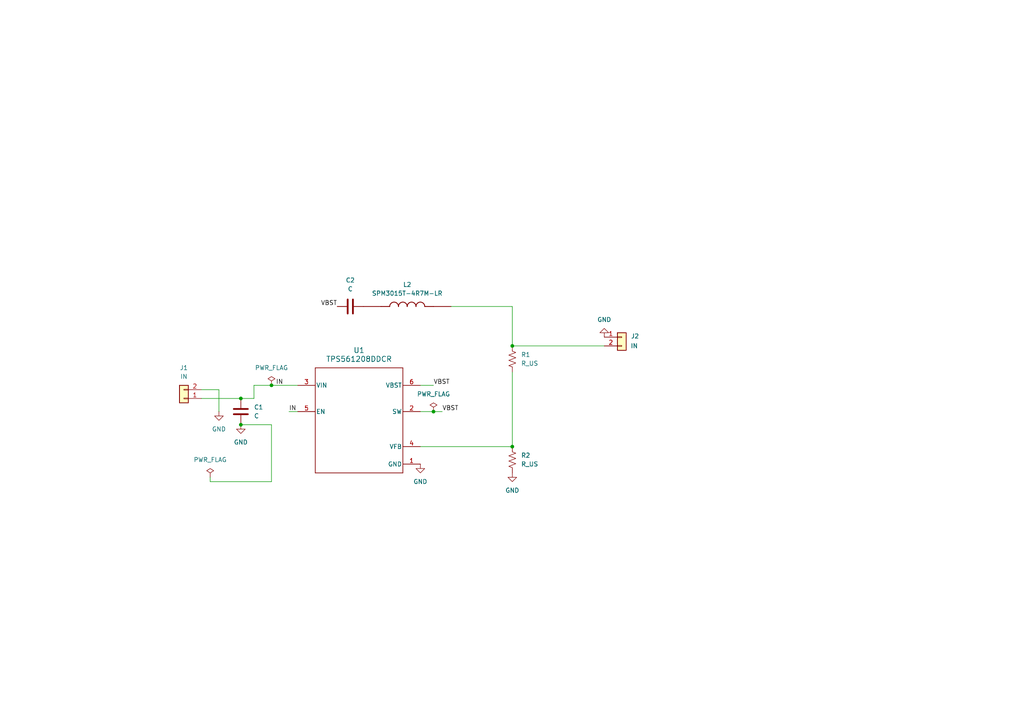
<source format=kicad_sch>
(kicad_sch
	(version 20250114)
	(generator "eeschema")
	(generator_version "9.0")
	(uuid "23d3bbba-e5c8-4eff-b003-34461df6d36f")
	(paper "A4")
	(lib_symbols
		(symbol "123:TPS561208DDCR"
			(pin_names
				(offset 0.254)
			)
			(exclude_from_sim no)
			(in_bom yes)
			(on_board yes)
			(property "Reference" "U"
				(at 0 2.54 0)
				(effects
					(font
						(size 1.524 1.524)
					)
				)
			)
			(property "Value" "TPS561208DDCR"
				(at 0 0 0)
				(effects
					(font
						(size 1.524 1.524)
					)
				)
			)
			(property "Footprint" "DDC0006A_N"
				(at 0 0 0)
				(effects
					(font
						(size 1.27 1.27)
						(italic yes)
					)
					(hide yes)
				)
			)
			(property "Datasheet" "TPS561208DDCR"
				(at 0 0 0)
				(effects
					(font
						(size 1.27 1.27)
						(italic yes)
					)
					(hide yes)
				)
			)
			(property "Description" ""
				(at 0 0 0)
				(effects
					(font
						(size 1.27 1.27)
					)
					(hide yes)
				)
			)
			(property "ki_locked" ""
				(at 0 0 0)
				(effects
					(font
						(size 1.27 1.27)
					)
				)
			)
			(property "ki_keywords" "TPS561208DDCR"
				(at 0 0 0)
				(effects
					(font
						(size 1.27 1.27)
					)
					(hide yes)
				)
			)
			(property "ki_fp_filters" "DDC0006A_N DDC0006A_M DDC0006A_L"
				(at 0 0 0)
				(effects
					(font
						(size 1.27 1.27)
					)
					(hide yes)
				)
			)
			(symbol "TPS561208DDCR_0_1"
				(polyline
					(pts
						(xy -12.7 15.24) (xy -12.7 -15.24)
					)
					(stroke
						(width 0.2032)
						(type default)
					)
					(fill
						(type none)
					)
				)
				(polyline
					(pts
						(xy -12.7 -15.24) (xy 12.7 -15.24)
					)
					(stroke
						(width 0.2032)
						(type default)
					)
					(fill
						(type none)
					)
				)
				(polyline
					(pts
						(xy 12.7 15.24) (xy -12.7 15.24)
					)
					(stroke
						(width 0.2032)
						(type default)
					)
					(fill
						(type none)
					)
				)
				(polyline
					(pts
						(xy 12.7 -15.24) (xy 12.7 15.24)
					)
					(stroke
						(width 0.2032)
						(type default)
					)
					(fill
						(type none)
					)
				)
				(pin power_in line
					(at -17.78 10.16 0)
					(length 5.08)
					(name "VIN"
						(effects
							(font
								(size 1.27 1.27)
							)
						)
					)
					(number "3"
						(effects
							(font
								(size 1.27 1.27)
							)
						)
					)
				)
				(pin input line
					(at -17.78 2.54 0)
					(length 5.08)
					(name "EN"
						(effects
							(font
								(size 1.27 1.27)
							)
						)
					)
					(number "5"
						(effects
							(font
								(size 1.27 1.27)
							)
						)
					)
				)
				(pin power_in line
					(at 17.78 10.16 180)
					(length 5.08)
					(name "VBST"
						(effects
							(font
								(size 1.27 1.27)
							)
						)
					)
					(number "6"
						(effects
							(font
								(size 1.27 1.27)
							)
						)
					)
				)
				(pin power_in line
					(at 17.78 2.54 180)
					(length 5.08)
					(name "SW"
						(effects
							(font
								(size 1.27 1.27)
							)
						)
					)
					(number "2"
						(effects
							(font
								(size 1.27 1.27)
							)
						)
					)
				)
				(pin input line
					(at 17.78 -7.62 180)
					(length 5.08)
					(name "VFB"
						(effects
							(font
								(size 1.27 1.27)
							)
						)
					)
					(number "4"
						(effects
							(font
								(size 1.27 1.27)
							)
						)
					)
				)
				(pin power_in line
					(at 17.78 -12.7 180)
					(length 5.08)
					(name "GND"
						(effects
							(font
								(size 1.27 1.27)
							)
						)
					)
					(number "1"
						(effects
							(font
								(size 1.27 1.27)
							)
						)
					)
				)
			)
			(embedded_fonts no)
		)
		(symbol "Connector_Generic:Conn_01x02"
			(pin_names
				(offset 1.016)
				(hide yes)
			)
			(exclude_from_sim no)
			(in_bom yes)
			(on_board yes)
			(property "Reference" "J"
				(at 0 2.54 0)
				(effects
					(font
						(size 1.27 1.27)
					)
				)
			)
			(property "Value" "Conn_01x02"
				(at 0 -5.08 0)
				(effects
					(font
						(size 1.27 1.27)
					)
				)
			)
			(property "Footprint" ""
				(at 0 0 0)
				(effects
					(font
						(size 1.27 1.27)
					)
					(hide yes)
				)
			)
			(property "Datasheet" "~"
				(at 0 0 0)
				(effects
					(font
						(size 1.27 1.27)
					)
					(hide yes)
				)
			)
			(property "Description" "Generic connector, single row, 01x02, script generated (kicad-library-utils/schlib/autogen/connector/)"
				(at 0 0 0)
				(effects
					(font
						(size 1.27 1.27)
					)
					(hide yes)
				)
			)
			(property "ki_keywords" "connector"
				(at 0 0 0)
				(effects
					(font
						(size 1.27 1.27)
					)
					(hide yes)
				)
			)
			(property "ki_fp_filters" "Connector*:*_1x??_*"
				(at 0 0 0)
				(effects
					(font
						(size 1.27 1.27)
					)
					(hide yes)
				)
			)
			(symbol "Conn_01x02_1_1"
				(rectangle
					(start -1.27 1.27)
					(end 1.27 -3.81)
					(stroke
						(width 0.254)
						(type default)
					)
					(fill
						(type background)
					)
				)
				(rectangle
					(start -1.27 0.127)
					(end 0 -0.127)
					(stroke
						(width 0.1524)
						(type default)
					)
					(fill
						(type none)
					)
				)
				(rectangle
					(start -1.27 -2.413)
					(end 0 -2.667)
					(stroke
						(width 0.1524)
						(type default)
					)
					(fill
						(type none)
					)
				)
				(pin passive line
					(at -5.08 0 0)
					(length 3.81)
					(name "Pin_1"
						(effects
							(font
								(size 1.27 1.27)
							)
						)
					)
					(number "1"
						(effects
							(font
								(size 1.27 1.27)
							)
						)
					)
				)
				(pin passive line
					(at -5.08 -2.54 0)
					(length 3.81)
					(name "Pin_2"
						(effects
							(font
								(size 1.27 1.27)
							)
						)
					)
					(number "2"
						(effects
							(font
								(size 1.27 1.27)
							)
						)
					)
				)
			)
			(embedded_fonts no)
		)
		(symbol "Device:C"
			(pin_numbers
				(hide yes)
			)
			(pin_names
				(offset 0.254)
			)
			(exclude_from_sim no)
			(in_bom yes)
			(on_board yes)
			(property "Reference" "C"
				(at 0.635 2.54 0)
				(effects
					(font
						(size 1.27 1.27)
					)
					(justify left)
				)
			)
			(property "Value" "C"
				(at 0.635 -2.54 0)
				(effects
					(font
						(size 1.27 1.27)
					)
					(justify left)
				)
			)
			(property "Footprint" ""
				(at 0.9652 -3.81 0)
				(effects
					(font
						(size 1.27 1.27)
					)
					(hide yes)
				)
			)
			(property "Datasheet" "~"
				(at 0 0 0)
				(effects
					(font
						(size 1.27 1.27)
					)
					(hide yes)
				)
			)
			(property "Description" "Unpolarized capacitor"
				(at 0 0 0)
				(effects
					(font
						(size 1.27 1.27)
					)
					(hide yes)
				)
			)
			(property "ki_keywords" "cap capacitor"
				(at 0 0 0)
				(effects
					(font
						(size 1.27 1.27)
					)
					(hide yes)
				)
			)
			(property "ki_fp_filters" "C_*"
				(at 0 0 0)
				(effects
					(font
						(size 1.27 1.27)
					)
					(hide yes)
				)
			)
			(symbol "C_0_1"
				(polyline
					(pts
						(xy -2.032 0.762) (xy 2.032 0.762)
					)
					(stroke
						(width 0.508)
						(type default)
					)
					(fill
						(type none)
					)
				)
				(polyline
					(pts
						(xy -2.032 -0.762) (xy 2.032 -0.762)
					)
					(stroke
						(width 0.508)
						(type default)
					)
					(fill
						(type none)
					)
				)
			)
			(symbol "C_1_1"
				(pin passive line
					(at 0 3.81 270)
					(length 2.794)
					(name "~"
						(effects
							(font
								(size 1.27 1.27)
							)
						)
					)
					(number "1"
						(effects
							(font
								(size 1.27 1.27)
							)
						)
					)
				)
				(pin passive line
					(at 0 -3.81 90)
					(length 2.794)
					(name "~"
						(effects
							(font
								(size 1.27 1.27)
							)
						)
					)
					(number "2"
						(effects
							(font
								(size 1.27 1.27)
							)
						)
					)
				)
			)
			(embedded_fonts no)
		)
		(symbol "Device:R_US"
			(pin_numbers
				(hide yes)
			)
			(pin_names
				(offset 0)
			)
			(exclude_from_sim no)
			(in_bom yes)
			(on_board yes)
			(property "Reference" "R"
				(at 2.54 0 90)
				(effects
					(font
						(size 1.27 1.27)
					)
				)
			)
			(property "Value" "R_US"
				(at -2.54 0 90)
				(effects
					(font
						(size 1.27 1.27)
					)
				)
			)
			(property "Footprint" ""
				(at 1.016 -0.254 90)
				(effects
					(font
						(size 1.27 1.27)
					)
					(hide yes)
				)
			)
			(property "Datasheet" "~"
				(at 0 0 0)
				(effects
					(font
						(size 1.27 1.27)
					)
					(hide yes)
				)
			)
			(property "Description" "Resistor, US symbol"
				(at 0 0 0)
				(effects
					(font
						(size 1.27 1.27)
					)
					(hide yes)
				)
			)
			(property "ki_keywords" "R res resistor"
				(at 0 0 0)
				(effects
					(font
						(size 1.27 1.27)
					)
					(hide yes)
				)
			)
			(property "ki_fp_filters" "R_*"
				(at 0 0 0)
				(effects
					(font
						(size 1.27 1.27)
					)
					(hide yes)
				)
			)
			(symbol "R_US_0_1"
				(polyline
					(pts
						(xy 0 2.286) (xy 0 2.54)
					)
					(stroke
						(width 0)
						(type default)
					)
					(fill
						(type none)
					)
				)
				(polyline
					(pts
						(xy 0 2.286) (xy 1.016 1.905) (xy 0 1.524) (xy -1.016 1.143) (xy 0 0.762)
					)
					(stroke
						(width 0)
						(type default)
					)
					(fill
						(type none)
					)
				)
				(polyline
					(pts
						(xy 0 0.762) (xy 1.016 0.381) (xy 0 0) (xy -1.016 -0.381) (xy 0 -0.762)
					)
					(stroke
						(width 0)
						(type default)
					)
					(fill
						(type none)
					)
				)
				(polyline
					(pts
						(xy 0 -0.762) (xy 1.016 -1.143) (xy 0 -1.524) (xy -1.016 -1.905) (xy 0 -2.286)
					)
					(stroke
						(width 0)
						(type default)
					)
					(fill
						(type none)
					)
				)
				(polyline
					(pts
						(xy 0 -2.286) (xy 0 -2.54)
					)
					(stroke
						(width 0)
						(type default)
					)
					(fill
						(type none)
					)
				)
			)
			(symbol "R_US_1_1"
				(pin passive line
					(at 0 3.81 270)
					(length 1.27)
					(name "~"
						(effects
							(font
								(size 1.27 1.27)
							)
						)
					)
					(number "1"
						(effects
							(font
								(size 1.27 1.27)
							)
						)
					)
				)
				(pin passive line
					(at 0 -3.81 90)
					(length 1.27)
					(name "~"
						(effects
							(font
								(size 1.27 1.27)
							)
						)
					)
					(number "2"
						(effects
							(font
								(size 1.27 1.27)
							)
						)
					)
				)
			)
			(embedded_fonts no)
		)
		(symbol "SPM3015T-4R7M-LR:SPM3015T-4R7M-LR"
			(pin_numbers
				(hide yes)
			)
			(pin_names
				(offset 1.016)
				(hide yes)
			)
			(exclude_from_sim no)
			(in_bom yes)
			(on_board yes)
			(property "Reference" "L"
				(at -10.16 5.08 0)
				(effects
					(font
						(size 1.27 1.27)
					)
					(justify left bottom)
				)
			)
			(property "Value" "SPM3015T-4R7M-LR"
				(at -10.16 -5.08 0)
				(effects
					(font
						(size 1.27 1.27)
					)
					(justify left bottom)
				)
			)
			(property "Footprint" "IND_SPM3015T-4R7M-LR"
				(at 0 0 0)
				(effects
					(font
						(size 1.27 1.27)
					)
					(justify left bottom)
					(hide yes)
				)
			)
			(property "Datasheet" ""
				(at 0 0 0)
				(effects
					(font
						(size 1.27 1.27)
					)
					(justify left bottom)
					(hide yes)
				)
			)
			(property "Description" ""
				(at 0 0 0)
				(effects
					(font
						(size 1.27 1.27)
					)
					(hide yes)
				)
			)
			(property "MF" "TDK"
				(at 0 0 0)
				(effects
					(font
						(size 1.27 1.27)
					)
					(justify left bottom)
					(hide yes)
				)
			)
			(property "MAXIMUM_PACKAGE_HEIGHT" "1.5 mm"
				(at 0 0 0)
				(effects
					(font
						(size 1.27 1.27)
					)
					(justify left bottom)
					(hide yes)
				)
			)
			(property "Package" "NON STANDARD-2 TDK"
				(at 0 0 0)
				(effects
					(font
						(size 1.27 1.27)
					)
					(justify left bottom)
					(hide yes)
				)
			)
			(property "Price" "None"
				(at 0 0 0)
				(effects
					(font
						(size 1.27 1.27)
					)
					(justify left bottom)
					(hide yes)
				)
			)
			(property "Check_prices" "https://www.snapeda.com/parts/SPM3015T-4R7M-LR/TDK/view-part/?ref=eda"
				(at 0 0 0)
				(effects
					(font
						(size 1.27 1.27)
					)
					(justify left bottom)
					(hide yes)
				)
			)
			(property "STANDARD" "Manufacturer Recommendations"
				(at 0 0 0)
				(effects
					(font
						(size 1.27 1.27)
					)
					(justify left bottom)
					(hide yes)
				)
			)
			(property "PARTREV" "N/A"
				(at 0 0 0)
				(effects
					(font
						(size 1.27 1.27)
					)
					(justify left bottom)
					(hide yes)
				)
			)
			(property "SnapEDA_Link" "https://www.snapeda.com/parts/SPM3015T-4R7M-LR/TDK/view-part/?ref=snap"
				(at 0 0 0)
				(effects
					(font
						(size 1.27 1.27)
					)
					(justify left bottom)
					(hide yes)
				)
			)
			(property "MP" "SPM3015T-4R7M-LR"
				(at 0 0 0)
				(effects
					(font
						(size 1.27 1.27)
					)
					(justify left bottom)
					(hide yes)
				)
			)
			(property "Description_1" "\\n                        \\n                            4.7 µH Shielded Drum Core, Wirewound Inductor 1.8 A 199.1mOhm Max Nonstandard\\n                        \\n"
				(at 0 0 0)
				(effects
					(font
						(size 1.27 1.27)
					)
					(justify left bottom)
					(hide yes)
				)
			)
			(property "Availability" "In Stock"
				(at 0 0 0)
				(effects
					(font
						(size 1.27 1.27)
					)
					(justify left bottom)
					(hide yes)
				)
			)
			(property "MANUFACTURER" "TDK"
				(at 0 0 0)
				(effects
					(font
						(size 1.27 1.27)
					)
					(justify left bottom)
					(hide yes)
				)
			)
			(property "ki_locked" ""
				(at 0 0 0)
				(effects
					(font
						(size 1.27 1.27)
					)
				)
			)
			(symbol "SPM3015T-4R7M-LR_0_0"
				(polyline
					(pts
						(xy -5.08 0) (xy -7.62 0)
					)
					(stroke
						(width 0.254)
						(type solid)
					)
					(fill
						(type none)
					)
				)
				(arc
					(start -5.08 0)
					(mid -3.81 1.27)
					(end -2.54 0)
					(stroke
						(width 0.254)
						(type solid)
					)
					(fill
						(type none)
					)
				)
				(arc
					(start -2.54 0)
					(mid -1.27 1.27)
					(end 0 0)
					(stroke
						(width 0.254)
						(type solid)
					)
					(fill
						(type none)
					)
				)
				(arc
					(start 0 0)
					(mid 1.27 1.27)
					(end 2.54 0)
					(stroke
						(width 0.254)
						(type solid)
					)
					(fill
						(type none)
					)
				)
				(arc
					(start 2.54 0)
					(mid 3.81 1.27)
					(end 5.08 0)
					(stroke
						(width 0.254)
						(type solid)
					)
					(fill
						(type none)
					)
				)
				(polyline
					(pts
						(xy 5.08 0) (xy 7.62 0)
					)
					(stroke
						(width 0.254)
						(type solid)
					)
					(fill
						(type none)
					)
				)
				(pin passive line
					(at -12.7 0 0)
					(length 5.08)
					(name "~"
						(effects
							(font
								(size 1.016 1.016)
							)
						)
					)
					(number "1"
						(effects
							(font
								(size 1.016 1.016)
							)
						)
					)
				)
				(pin passive line
					(at 12.7 0 180)
					(length 5.08)
					(name "~"
						(effects
							(font
								(size 1.016 1.016)
							)
						)
					)
					(number "2"
						(effects
							(font
								(size 1.016 1.016)
							)
						)
					)
				)
			)
			(embedded_fonts no)
		)
		(symbol "power:GND"
			(power)
			(pin_numbers
				(hide yes)
			)
			(pin_names
				(offset 0)
				(hide yes)
			)
			(exclude_from_sim no)
			(in_bom yes)
			(on_board yes)
			(property "Reference" "#PWR"
				(at 0 -6.35 0)
				(effects
					(font
						(size 1.27 1.27)
					)
					(hide yes)
				)
			)
			(property "Value" "GND"
				(at 0 -3.81 0)
				(effects
					(font
						(size 1.27 1.27)
					)
				)
			)
			(property "Footprint" ""
				(at 0 0 0)
				(effects
					(font
						(size 1.27 1.27)
					)
					(hide yes)
				)
			)
			(property "Datasheet" ""
				(at 0 0 0)
				(effects
					(font
						(size 1.27 1.27)
					)
					(hide yes)
				)
			)
			(property "Description" "Power symbol creates a global label with name \"GND\" , ground"
				(at 0 0 0)
				(effects
					(font
						(size 1.27 1.27)
					)
					(hide yes)
				)
			)
			(property "ki_keywords" "global power"
				(at 0 0 0)
				(effects
					(font
						(size 1.27 1.27)
					)
					(hide yes)
				)
			)
			(symbol "GND_0_1"
				(polyline
					(pts
						(xy 0 0) (xy 0 -1.27) (xy 1.27 -1.27) (xy 0 -2.54) (xy -1.27 -1.27) (xy 0 -1.27)
					)
					(stroke
						(width 0)
						(type default)
					)
					(fill
						(type none)
					)
				)
			)
			(symbol "GND_1_1"
				(pin power_in line
					(at 0 0 270)
					(length 0)
					(name "~"
						(effects
							(font
								(size 1.27 1.27)
							)
						)
					)
					(number "1"
						(effects
							(font
								(size 1.27 1.27)
							)
						)
					)
				)
			)
			(embedded_fonts no)
		)
		(symbol "power:PWR_FLAG"
			(power)
			(pin_numbers
				(hide yes)
			)
			(pin_names
				(offset 0)
				(hide yes)
			)
			(exclude_from_sim no)
			(in_bom yes)
			(on_board yes)
			(property "Reference" "#FLG"
				(at 0 1.905 0)
				(effects
					(font
						(size 1.27 1.27)
					)
					(hide yes)
				)
			)
			(property "Value" "PWR_FLAG"
				(at 0 3.81 0)
				(effects
					(font
						(size 1.27 1.27)
					)
				)
			)
			(property "Footprint" ""
				(at 0 0 0)
				(effects
					(font
						(size 1.27 1.27)
					)
					(hide yes)
				)
			)
			(property "Datasheet" "~"
				(at 0 0 0)
				(effects
					(font
						(size 1.27 1.27)
					)
					(hide yes)
				)
			)
			(property "Description" "Special symbol for telling ERC where power comes from"
				(at 0 0 0)
				(effects
					(font
						(size 1.27 1.27)
					)
					(hide yes)
				)
			)
			(property "ki_keywords" "flag power"
				(at 0 0 0)
				(effects
					(font
						(size 1.27 1.27)
					)
					(hide yes)
				)
			)
			(symbol "PWR_FLAG_0_0"
				(pin power_out line
					(at 0 0 90)
					(length 0)
					(name "~"
						(effects
							(font
								(size 1.27 1.27)
							)
						)
					)
					(number "1"
						(effects
							(font
								(size 1.27 1.27)
							)
						)
					)
				)
			)
			(symbol "PWR_FLAG_0_1"
				(polyline
					(pts
						(xy 0 0) (xy 0 1.27) (xy -1.016 1.905) (xy 0 2.54) (xy 1.016 1.905) (xy 0 1.27)
					)
					(stroke
						(width 0)
						(type default)
					)
					(fill
						(type none)
					)
				)
			)
			(embedded_fonts no)
		)
	)
	(junction
		(at 148.59 129.54)
		(diameter 0)
		(color 0 0 0 0)
		(uuid "1dd2d2fa-39de-41d9-a839-cd64c57e9ae0")
	)
	(junction
		(at 69.85 123.19)
		(diameter 0)
		(color 0 0 0 0)
		(uuid "273b299a-0a22-4b91-8d69-b5a80318d233")
	)
	(junction
		(at 148.59 100.33)
		(diameter 0)
		(color 0 0 0 0)
		(uuid "2dc8901e-812b-4127-845e-69a2717ba196")
	)
	(junction
		(at 125.73 119.38)
		(diameter 0)
		(color 0 0 0 0)
		(uuid "40c397bf-0fc8-4a56-b196-3c73f1eb9e19")
	)
	(junction
		(at 78.74 111.76)
		(diameter 0)
		(color 0 0 0 0)
		(uuid "6369a366-f95e-4d11-bd90-d5268004ee8b")
	)
	(junction
		(at 69.85 115.57)
		(diameter 0)
		(color 0 0 0 0)
		(uuid "f1378ab4-f485-4e40-9cd1-b2dffbac3f95")
	)
	(wire
		(pts
			(xy 58.42 113.03) (xy 63.5 113.03)
		)
		(stroke
			(width 0)
			(type default)
		)
		(uuid "01e68aec-7440-4696-9821-e42f3a183339")
	)
	(wire
		(pts
			(xy 73.66 115.57) (xy 73.66 111.76)
		)
		(stroke
			(width 0)
			(type default)
		)
		(uuid "24062bd9-1076-4bed-abd7-e9e1ec24b80f")
	)
	(wire
		(pts
			(xy 60.96 139.7) (xy 60.96 138.43)
		)
		(stroke
			(width 0)
			(type default)
		)
		(uuid "3f5badc0-4730-42ba-8919-bd31f4ca69ce")
	)
	(wire
		(pts
			(xy 69.85 115.57) (xy 73.66 115.57)
		)
		(stroke
			(width 0)
			(type default)
		)
		(uuid "477f38f1-8d42-4c21-86e9-c419ab681382")
	)
	(wire
		(pts
			(xy 125.73 111.76) (xy 121.92 111.76)
		)
		(stroke
			(width 0)
			(type default)
		)
		(uuid "511cf440-e28e-4218-9f12-e6afcf18b26d")
	)
	(wire
		(pts
			(xy 148.59 88.9) (xy 130.81 88.9)
		)
		(stroke
			(width 0)
			(type default)
		)
		(uuid "51a3b937-53d8-434b-a236-982e7e1303da")
	)
	(wire
		(pts
			(xy 73.66 111.76) (xy 78.74 111.76)
		)
		(stroke
			(width 0)
			(type default)
		)
		(uuid "5d78e8e1-fa0e-455a-a7cb-aa2642f42c4d")
	)
	(wire
		(pts
			(xy 83.82 119.38) (xy 86.36 119.38)
		)
		(stroke
			(width 0)
			(type default)
		)
		(uuid "5dda0187-46d9-44b7-b226-fe2459afd981")
	)
	(wire
		(pts
			(xy 69.85 123.19) (xy 78.74 123.19)
		)
		(stroke
			(width 0)
			(type default)
		)
		(uuid "5e38268f-ea15-4d25-a932-5c6f16ae6da5")
	)
	(wire
		(pts
			(xy 125.73 119.38) (xy 121.92 119.38)
		)
		(stroke
			(width 0)
			(type default)
		)
		(uuid "5f48473e-109c-4df3-951b-835489c4da48")
	)
	(wire
		(pts
			(xy 148.59 100.33) (xy 175.26 100.33)
		)
		(stroke
			(width 0)
			(type default)
		)
		(uuid "754d5469-fbe6-43cd-9f2e-15902e6390c6")
	)
	(wire
		(pts
			(xy 148.59 100.33) (xy 148.59 88.9)
		)
		(stroke
			(width 0)
			(type default)
		)
		(uuid "786733ae-3d84-4808-9d84-58c3b5127822")
	)
	(wire
		(pts
			(xy 78.74 123.19) (xy 78.74 139.7)
		)
		(stroke
			(width 0)
			(type default)
		)
		(uuid "7d22b5d0-75b0-4764-9700-9a2151689179")
	)
	(wire
		(pts
			(xy 148.59 107.95) (xy 148.59 129.54)
		)
		(stroke
			(width 0)
			(type default)
		)
		(uuid "881b7f83-20fe-43a7-84bd-58bdb44111c7")
	)
	(wire
		(pts
			(xy 58.42 115.57) (xy 69.85 115.57)
		)
		(stroke
			(width 0)
			(type default)
		)
		(uuid "c3f18d2b-e5f7-4b14-85e6-1006a7141386")
	)
	(wire
		(pts
			(xy 63.5 113.03) (xy 63.5 119.38)
		)
		(stroke
			(width 0)
			(type default)
		)
		(uuid "c5718e07-81c5-48c6-8cbf-1306a58d24b4")
	)
	(wire
		(pts
			(xy 78.74 111.76) (xy 86.36 111.76)
		)
		(stroke
			(width 0)
			(type default)
		)
		(uuid "c9d2ca68-2048-4004-a83e-d9dfaa2c8a51")
	)
	(wire
		(pts
			(xy 78.74 139.7) (xy 60.96 139.7)
		)
		(stroke
			(width 0)
			(type default)
		)
		(uuid "f1cfe6ed-1441-4fe1-892c-16d91a9b2c50")
	)
	(wire
		(pts
			(xy 121.92 129.54) (xy 148.59 129.54)
		)
		(stroke
			(width 0)
			(type default)
		)
		(uuid "f66ee2dc-3407-4f2c-940d-e487f54532fa")
	)
	(wire
		(pts
			(xy 128.27 119.38) (xy 125.73 119.38)
		)
		(stroke
			(width 0)
			(type default)
		)
		(uuid "f819fa73-4dec-4e81-b983-a84811df97bc")
	)
	(label "VBST"
		(at 97.79 88.9 180)
		(effects
			(font
				(size 1.27 1.27)
			)
			(justify right bottom)
		)
		(uuid "01bec8af-633c-4089-904d-886e4dce13f8")
	)
	(label "IN"
		(at 83.82 119.38 0)
		(effects
			(font
				(size 1.27 1.27)
			)
			(justify left bottom)
		)
		(uuid "248293e1-91e8-4a8b-8e36-57a94a421d21")
	)
	(label "VBST"
		(at 128.27 119.38 0)
		(effects
			(font
				(size 1.27 1.27)
			)
			(justify left bottom)
		)
		(uuid "816ebea7-42da-4a0b-9195-ce56d5ac6a47")
	)
	(label "IN"
		(at 80.01 111.76 0)
		(effects
			(font
				(size 1.27 1.27)
			)
			(justify left bottom)
		)
		(uuid "b1fe80d5-e3ca-4ff6-a4c8-4ac0fb2f819c")
	)
	(label "VBST"
		(at 125.73 111.76 0)
		(effects
			(font
				(size 1.27 1.27)
			)
			(justify left bottom)
		)
		(uuid "c11d0fb7-cb8a-4c2d-976f-d4ee09ba554d")
	)
	(symbol
		(lib_id "power:PWR_FLAG")
		(at 125.73 119.38 0)
		(unit 1)
		(exclude_from_sim no)
		(in_bom yes)
		(on_board yes)
		(dnp no)
		(fields_autoplaced yes)
		(uuid "031e959f-339f-4f22-8053-93cb78057cf1")
		(property "Reference" "#FLG02"
			(at 125.73 117.475 0)
			(effects
				(font
					(size 1.27 1.27)
				)
				(hide yes)
			)
		)
		(property "Value" "PWR_FLAG"
			(at 125.73 114.3 0)
			(effects
				(font
					(size 1.27 1.27)
				)
			)
		)
		(property "Footprint" ""
			(at 125.73 119.38 0)
			(effects
				(font
					(size 1.27 1.27)
				)
				(hide yes)
			)
		)
		(property "Datasheet" "~"
			(at 125.73 119.38 0)
			(effects
				(font
					(size 1.27 1.27)
				)
				(hide yes)
			)
		)
		(property "Description" "Special symbol for telling ERC where power comes from"
			(at 125.73 119.38 0)
			(effects
				(font
					(size 1.27 1.27)
				)
				(hide yes)
			)
		)
		(pin "1"
			(uuid "af09f8ca-e18a-48fb-b61c-983cb7c881e9")
		)
		(instances
			(project ""
				(path "/23d3bbba-e5c8-4eff-b003-34461df6d36f"
					(reference "#FLG02")
					(unit 1)
				)
			)
		)
	)
	(symbol
		(lib_id "Device:R_US")
		(at 148.59 133.35 0)
		(unit 1)
		(exclude_from_sim no)
		(in_bom yes)
		(on_board yes)
		(dnp no)
		(fields_autoplaced yes)
		(uuid "0bdfe511-3b6f-48e0-819a-82a12cbcd18c")
		(property "Reference" "R2"
			(at 151.13 132.0799 0)
			(effects
				(font
					(size 1.27 1.27)
				)
				(justify left)
			)
		)
		(property "Value" "R_US"
			(at 151.13 134.6199 0)
			(effects
				(font
					(size 1.27 1.27)
				)
				(justify left)
			)
		)
		(property "Footprint" "Resistor_THT:R_Axial_DIN0204_L3.6mm_D1.6mm_P5.08mm_Horizontal"
			(at 149.606 133.604 90)
			(effects
				(font
					(size 1.27 1.27)
				)
				(hide yes)
			)
		)
		(property "Datasheet" "~"
			(at 148.59 133.35 0)
			(effects
				(font
					(size 1.27 1.27)
				)
				(hide yes)
			)
		)
		(property "Description" "Resistor, US symbol"
			(at 148.59 133.35 0)
			(effects
				(font
					(size 1.27 1.27)
				)
				(hide yes)
			)
		)
		(pin "1"
			(uuid "2a56aa13-3f16-4d6c-b41d-dd89b101633a")
		)
		(pin "2"
			(uuid "ad3b5b42-6922-4d9b-881a-35623b3e5e0d")
		)
		(instances
			(project ""
				(path "/23d3bbba-e5c8-4eff-b003-34461df6d36f"
					(reference "R2")
					(unit 1)
				)
			)
		)
	)
	(symbol
		(lib_id "SPM3015T-4R7M-LR:SPM3015T-4R7M-LR")
		(at 118.11 88.9 0)
		(unit 1)
		(exclude_from_sim no)
		(in_bom yes)
		(on_board yes)
		(dnp no)
		(fields_autoplaced yes)
		(uuid "116df3c8-3120-4d14-a5f9-f3ae60d5f496")
		(property "Reference" "L2"
			(at 118.11 82.55 0)
			(effects
				(font
					(size 1.27 1.27)
				)
			)
		)
		(property "Value" "SPM3015T-4R7M-LR"
			(at 118.11 85.09 0)
			(effects
				(font
					(size 1.27 1.27)
				)
			)
		)
		(property "Footprint" "Inductor_THT:L_Axial_L11.0mm_D4.5mm_P15.24mm_Horizontal_Fastron_MECC"
			(at 118.11 88.9 0)
			(effects
				(font
					(size 1.27 1.27)
				)
				(justify left bottom)
				(hide yes)
			)
		)
		(property "Datasheet" ""
			(at 118.11 88.9 0)
			(effects
				(font
					(size 1.27 1.27)
				)
				(justify left bottom)
				(hide yes)
			)
		)
		(property "Description" ""
			(at 118.11 88.9 0)
			(effects
				(font
					(size 1.27 1.27)
				)
				(hide yes)
			)
		)
		(property "MF" "TDK"
			(at 118.11 88.9 0)
			(effects
				(font
					(size 1.27 1.27)
				)
				(justify left bottom)
				(hide yes)
			)
		)
		(property "MAXIMUM_PACKAGE_HEIGHT" "1.5 mm"
			(at 118.11 88.9 0)
			(effects
				(font
					(size 1.27 1.27)
				)
				(justify left bottom)
				(hide yes)
			)
		)
		(property "Package" "NON STANDARD-2 TDK"
			(at 118.11 88.9 0)
			(effects
				(font
					(size 1.27 1.27)
				)
				(justify left bottom)
				(hide yes)
			)
		)
		(property "Price" "None"
			(at 118.11 88.9 0)
			(effects
				(font
					(size 1.27 1.27)
				)
				(justify left bottom)
				(hide yes)
			)
		)
		(property "Check_prices" "https://www.snapeda.com/parts/SPM3015T-4R7M-LR/TDK/view-part/?ref=eda"
			(at 118.11 88.9 0)
			(effects
				(font
					(size 1.27 1.27)
				)
				(justify left bottom)
				(hide yes)
			)
		)
		(property "STANDARD" "Manufacturer Recommendations"
			(at 118.11 88.9 0)
			(effects
				(font
					(size 1.27 1.27)
				)
				(justify left bottom)
				(hide yes)
			)
		)
		(property "PARTREV" "N/A"
			(at 118.11 88.9 0)
			(effects
				(font
					(size 1.27 1.27)
				)
				(justify left bottom)
				(hide yes)
			)
		)
		(property "SnapEDA_Link" "https://www.snapeda.com/parts/SPM3015T-4R7M-LR/TDK/view-part/?ref=snap"
			(at 118.11 88.9 0)
			(effects
				(font
					(size 1.27 1.27)
				)
				(justify left bottom)
				(hide yes)
			)
		)
		(property "MP" "SPM3015T-4R7M-LR"
			(at 118.11 88.9 0)
			(effects
				(font
					(size 1.27 1.27)
				)
				(justify left bottom)
				(hide yes)
			)
		)
		(property "Description_1" "\\n                        \\n                            4.7 µH Shielded Drum Core, Wirewound Inductor 1.8 A 199.1mOhm Max Nonstandard\\n                        \\n"
			(at 118.11 88.9 0)
			(effects
				(font
					(size 1.27 1.27)
				)
				(justify left bottom)
				(hide yes)
			)
		)
		(property "Availability" "In Stock"
			(at 118.11 88.9 0)
			(effects
				(font
					(size 1.27 1.27)
				)
				(justify left bottom)
				(hide yes)
			)
		)
		(property "MANUFACTURER" "TDK"
			(at 118.11 88.9 0)
			(effects
				(font
					(size 1.27 1.27)
				)
				(justify left bottom)
				(hide yes)
			)
		)
		(pin "2"
			(uuid "7d93b81e-e62f-4a3d-ba47-42b935f30df3")
		)
		(pin "1"
			(uuid "35c95416-0cd5-4e37-97a1-56f4e0f3fb53")
		)
		(instances
			(project ""
				(path "/23d3bbba-e5c8-4eff-b003-34461df6d36f"
					(reference "L2")
					(unit 1)
				)
			)
		)
	)
	(symbol
		(lib_id "Connector_Generic:Conn_01x02")
		(at 53.34 115.57 180)
		(unit 1)
		(exclude_from_sim no)
		(in_bom yes)
		(on_board yes)
		(dnp no)
		(fields_autoplaced yes)
		(uuid "4639603e-427d-4db8-b06b-396ce2df04d7")
		(property "Reference" "J1"
			(at 53.34 106.68 0)
			(effects
				(font
					(size 1.27 1.27)
				)
			)
		)
		(property "Value" "IN"
			(at 53.34 109.22 0)
			(effects
				(font
					(size 1.27 1.27)
				)
			)
		)
		(property "Footprint" "Connector_Samtec_HPM_THT:Samtec_HPM-02-01-x-S_Straight_1x02_Pitch5.08mm"
			(at 53.34 115.57 0)
			(effects
				(font
					(size 1.27 1.27)
				)
				(hide yes)
			)
		)
		(property "Datasheet" "~"
			(at 53.34 115.57 0)
			(effects
				(font
					(size 1.27 1.27)
				)
				(hide yes)
			)
		)
		(property "Description" "Generic connector, single row, 01x02, script generated (kicad-library-utils/schlib/autogen/connector/)"
			(at 53.34 115.57 0)
			(effects
				(font
					(size 1.27 1.27)
				)
				(hide yes)
			)
		)
		(pin "2"
			(uuid "6ed2868d-5196-42d5-99e9-3eb3d602d3d3")
		)
		(pin "1"
			(uuid "39597ea2-404a-4909-8958-3b9e098ad469")
		)
		(instances
			(project ""
				(path "/23d3bbba-e5c8-4eff-b003-34461df6d36f"
					(reference "J1")
					(unit 1)
				)
			)
		)
	)
	(symbol
		(lib_id "power:GND")
		(at 148.59 137.16 0)
		(unit 1)
		(exclude_from_sim no)
		(in_bom yes)
		(on_board yes)
		(dnp no)
		(uuid "8790b68b-189e-485a-9b54-129944df95d4")
		(property "Reference" "#PWR03"
			(at 148.59 143.51 0)
			(effects
				(font
					(size 1.27 1.27)
				)
				(hide yes)
			)
		)
		(property "Value" "GND"
			(at 148.59 142.24 0)
			(effects
				(font
					(size 1.27 1.27)
				)
			)
		)
		(property "Footprint" ""
			(at 148.59 137.16 0)
			(effects
				(font
					(size 1.27 1.27)
				)
				(hide yes)
			)
		)
		(property "Datasheet" ""
			(at 148.59 137.16 0)
			(effects
				(font
					(size 1.27 1.27)
				)
				(hide yes)
			)
		)
		(property "Description" "Power symbol creates a global label with name \"GND\" , ground"
			(at 148.59 137.16 0)
			(effects
				(font
					(size 1.27 1.27)
				)
				(hide yes)
			)
		)
		(pin "1"
			(uuid "9855f723-97ce-42f8-a15f-ad8b500f4f54")
		)
		(instances
			(project ""
				(path "/23d3bbba-e5c8-4eff-b003-34461df6d36f"
					(reference "#PWR03")
					(unit 1)
				)
			)
		)
	)
	(symbol
		(lib_id "Device:C")
		(at 101.6 88.9 90)
		(unit 1)
		(exclude_from_sim no)
		(in_bom yes)
		(on_board yes)
		(dnp no)
		(fields_autoplaced yes)
		(uuid "87be19d5-57b7-4aef-b6d3-aac68b4607ad")
		(property "Reference" "C2"
			(at 101.6 81.28 90)
			(effects
				(font
					(size 1.27 1.27)
				)
			)
		)
		(property "Value" "C"
			(at 101.6 83.82 90)
			(effects
				(font
					(size 1.27 1.27)
				)
			)
		)
		(property "Footprint" "Capacitor_THT:C_Radial_D6.3mm_H11.0mm_P2.50mm"
			(at 105.41 87.9348 0)
			(effects
				(font
					(size 1.27 1.27)
				)
				(hide yes)
			)
		)
		(property "Datasheet" "~"
			(at 101.6 88.9 0)
			(effects
				(font
					(size 1.27 1.27)
				)
				(hide yes)
			)
		)
		(property "Description" "Unpolarized capacitor"
			(at 101.6 88.9 0)
			(effects
				(font
					(size 1.27 1.27)
				)
				(hide yes)
			)
		)
		(pin "2"
			(uuid "4169ba7e-9aa1-4ae6-8e7b-7a6d36f73668")
		)
		(pin "1"
			(uuid "cc09ffd3-3ae5-4f14-8a43-592deaabbd29")
		)
		(instances
			(project ""
				(path "/23d3bbba-e5c8-4eff-b003-34461df6d36f"
					(reference "C2")
					(unit 1)
				)
			)
		)
	)
	(symbol
		(lib_id "Connector_Generic:Conn_01x02")
		(at 180.34 97.79 0)
		(unit 1)
		(exclude_from_sim no)
		(in_bom yes)
		(on_board yes)
		(dnp no)
		(uuid "95a7181f-5dde-4d22-812a-a7cf779327ce")
		(property "Reference" "J2"
			(at 182.9783 97.5062 0)
			(effects
				(font
					(size 1.27 1.27)
				)
				(justify left)
			)
		)
		(property "Value" "IN"
			(at 182.88 100.3299 0)
			(effects
				(font
					(size 1.27 1.27)
				)
				(justify left)
			)
		)
		(property "Footprint" "Connector_Samtec_HPM_THT:Samtec_HPM-02-01-x-S_Straight_1x02_Pitch5.08mm"
			(at 180.34 97.79 0)
			(effects
				(font
					(size 1.27 1.27)
				)
				(hide yes)
			)
		)
		(property "Datasheet" "~"
			(at 180.34 97.79 0)
			(effects
				(font
					(size 1.27 1.27)
				)
				(hide yes)
			)
		)
		(property "Description" "Generic connector, single row, 01x02, script generated (kicad-library-utils/schlib/autogen/connector/)"
			(at 180.34 97.79 0)
			(effects
				(font
					(size 1.27 1.27)
				)
				(hide yes)
			)
		)
		(pin "1"
			(uuid "94366261-0f76-4b0e-8611-543a4185415b")
		)
		(pin "2"
			(uuid "367910cf-eaba-4d01-838a-325f01aa242b")
		)
		(instances
			(project ""
				(path "/23d3bbba-e5c8-4eff-b003-34461df6d36f"
					(reference "J2")
					(unit 1)
				)
			)
		)
	)
	(symbol
		(lib_id "power:PWR_FLAG")
		(at 78.74 111.76 0)
		(unit 1)
		(exclude_from_sim no)
		(in_bom yes)
		(on_board yes)
		(dnp no)
		(fields_autoplaced yes)
		(uuid "964075bb-9190-4c9c-9187-8c5fde04f94b")
		(property "Reference" "#FLG01"
			(at 78.74 109.855 0)
			(effects
				(font
					(size 1.27 1.27)
				)
				(hide yes)
			)
		)
		(property "Value" "PWR_FLAG"
			(at 78.74 106.68 0)
			(effects
				(font
					(size 1.27 1.27)
				)
			)
		)
		(property "Footprint" ""
			(at 78.74 111.76 0)
			(effects
				(font
					(size 1.27 1.27)
				)
				(hide yes)
			)
		)
		(property "Datasheet" "~"
			(at 78.74 111.76 0)
			(effects
				(font
					(size 1.27 1.27)
				)
				(hide yes)
			)
		)
		(property "Description" "Special symbol for telling ERC where power comes from"
			(at 78.74 111.76 0)
			(effects
				(font
					(size 1.27 1.27)
				)
				(hide yes)
			)
		)
		(pin "1"
			(uuid "33123fcd-952d-40e3-b759-0f0e4d51b9bd")
		)
		(instances
			(project ""
				(path "/23d3bbba-e5c8-4eff-b003-34461df6d36f"
					(reference "#FLG01")
					(unit 1)
				)
			)
		)
	)
	(symbol
		(lib_id "power:GND")
		(at 69.85 123.19 0)
		(unit 1)
		(exclude_from_sim no)
		(in_bom yes)
		(on_board yes)
		(dnp no)
		(fields_autoplaced yes)
		(uuid "a80c99d2-025b-49ff-af55-6d6f45c6985d")
		(property "Reference" "#PWR01"
			(at 69.85 129.54 0)
			(effects
				(font
					(size 1.27 1.27)
				)
				(hide yes)
			)
		)
		(property "Value" "GND"
			(at 69.85 128.27 0)
			(effects
				(font
					(size 1.27 1.27)
				)
			)
		)
		(property "Footprint" ""
			(at 69.85 123.19 0)
			(effects
				(font
					(size 1.27 1.27)
				)
				(hide yes)
			)
		)
		(property "Datasheet" ""
			(at 69.85 123.19 0)
			(effects
				(font
					(size 1.27 1.27)
				)
				(hide yes)
			)
		)
		(property "Description" "Power symbol creates a global label with name \"GND\" , ground"
			(at 69.85 123.19 0)
			(effects
				(font
					(size 1.27 1.27)
				)
				(hide yes)
			)
		)
		(pin "1"
			(uuid "c50ed55e-00b1-47e3-8ef7-d760d70d71f7")
		)
		(instances
			(project ""
				(path "/23d3bbba-e5c8-4eff-b003-34461df6d36f"
					(reference "#PWR01")
					(unit 1)
				)
			)
		)
	)
	(symbol
		(lib_id "Device:R_US")
		(at 148.59 104.14 0)
		(unit 1)
		(exclude_from_sim no)
		(in_bom yes)
		(on_board yes)
		(dnp no)
		(fields_autoplaced yes)
		(uuid "b21f54de-29aa-4896-bf1a-ee3632538884")
		(property "Reference" "R1"
			(at 151.13 102.8699 0)
			(effects
				(font
					(size 1.27 1.27)
				)
				(justify left)
			)
		)
		(property "Value" "R_US"
			(at 151.13 105.4099 0)
			(effects
				(font
					(size 1.27 1.27)
				)
				(justify left)
			)
		)
		(property "Footprint" "Resistor_THT:R_Axial_DIN0204_L3.6mm_D1.6mm_P5.08mm_Horizontal"
			(at 149.606 104.394 90)
			(effects
				(font
					(size 1.27 1.27)
				)
				(hide yes)
			)
		)
		(property "Datasheet" "~"
			(at 148.59 104.14 0)
			(effects
				(font
					(size 1.27 1.27)
				)
				(hide yes)
			)
		)
		(property "Description" "Resistor, US symbol"
			(at 148.59 104.14 0)
			(effects
				(font
					(size 1.27 1.27)
				)
				(hide yes)
			)
		)
		(pin "2"
			(uuid "3a9dd516-8eeb-424d-b4de-b3b46a782748")
		)
		(pin "1"
			(uuid "8af45e0d-379d-444b-9aac-b305b8b5b911")
		)
		(instances
			(project ""
				(path "/23d3bbba-e5c8-4eff-b003-34461df6d36f"
					(reference "R1")
					(unit 1)
				)
			)
		)
	)
	(symbol
		(lib_id "123:TPS561208DDCR")
		(at 104.14 121.92 0)
		(unit 1)
		(exclude_from_sim no)
		(in_bom yes)
		(on_board yes)
		(dnp no)
		(fields_autoplaced yes)
		(uuid "bae1c31e-37ff-4ee9-8bba-8364bc1b71dc")
		(property "Reference" "U1"
			(at 104.14 101.6 0)
			(effects
				(font
					(size 1.524 1.524)
				)
			)
		)
		(property "Value" "TPS561208DDCR"
			(at 104.14 104.14 0)
			(effects
				(font
					(size 1.524 1.524)
				)
			)
		)
		(property "Footprint" "Diode_THT:D_5W_P10.16mm_Horizontal"
			(at 104.14 121.92 0)
			(effects
				(font
					(size 1.27 1.27)
					(italic yes)
				)
				(hide yes)
			)
		)
		(property "Datasheet" "TPS561208DDCR"
			(at 104.14 121.92 0)
			(effects
				(font
					(size 1.27 1.27)
					(italic yes)
				)
				(hide yes)
			)
		)
		(property "Description" ""
			(at 104.14 121.92 0)
			(effects
				(font
					(size 1.27 1.27)
				)
				(hide yes)
			)
		)
		(pin "2"
			(uuid "1fda51f9-5a7d-4457-a884-26edfc8efa79")
		)
		(pin "1"
			(uuid "e9381fe8-45b0-46bb-b74c-cad62a9d1f88")
		)
		(pin "6"
			(uuid "ce05280c-e99c-4e4f-9c67-09b0716ccfe8")
		)
		(pin "3"
			(uuid "3dbda813-3ebd-492a-b5e7-b945c30de084")
		)
		(pin "4"
			(uuid "9f97283f-f893-4e13-8b3a-5fc91bcc5f3f")
		)
		(pin "5"
			(uuid "9e81bf33-6878-4751-bad9-4e68641b85a5")
		)
		(instances
			(project ""
				(path "/23d3bbba-e5c8-4eff-b003-34461df6d36f"
					(reference "U1")
					(unit 1)
				)
			)
		)
	)
	(symbol
		(lib_id "power:GND")
		(at 121.92 134.62 0)
		(unit 1)
		(exclude_from_sim no)
		(in_bom yes)
		(on_board yes)
		(dnp no)
		(fields_autoplaced yes)
		(uuid "c1fa02e6-700e-4d18-9c77-d0f660d41102")
		(property "Reference" "#PWR05"
			(at 121.92 140.97 0)
			(effects
				(font
					(size 1.27 1.27)
				)
				(hide yes)
			)
		)
		(property "Value" "GND"
			(at 121.92 139.7 0)
			(effects
				(font
					(size 1.27 1.27)
				)
			)
		)
		(property "Footprint" ""
			(at 121.92 134.62 0)
			(effects
				(font
					(size 1.27 1.27)
				)
				(hide yes)
			)
		)
		(property "Datasheet" ""
			(at 121.92 134.62 0)
			(effects
				(font
					(size 1.27 1.27)
				)
				(hide yes)
			)
		)
		(property "Description" "Power symbol creates a global label with name \"GND\" , ground"
			(at 121.92 134.62 0)
			(effects
				(font
					(size 1.27 1.27)
				)
				(hide yes)
			)
		)
		(pin "1"
			(uuid "cb6c4530-c5b1-42d2-99cf-203822cee791")
		)
		(instances
			(project ""
				(path "/23d3bbba-e5c8-4eff-b003-34461df6d36f"
					(reference "#PWR05")
					(unit 1)
				)
			)
		)
	)
	(symbol
		(lib_id "Device:C")
		(at 69.85 119.38 0)
		(unit 1)
		(exclude_from_sim no)
		(in_bom yes)
		(on_board yes)
		(dnp no)
		(fields_autoplaced yes)
		(uuid "c23b1149-2d26-4bcf-bd23-be6e8a647c50")
		(property "Reference" "C1"
			(at 73.66 118.1099 0)
			(effects
				(font
					(size 1.27 1.27)
				)
				(justify left)
			)
		)
		(property "Value" "C"
			(at 73.66 120.6499 0)
			(effects
				(font
					(size 1.27 1.27)
				)
				(justify left)
			)
		)
		(property "Footprint" "Capacitor_THT:C_Radial_D6.3mm_H5.0mm_P2.50mm"
			(at 70.8152 123.19 0)
			(effects
				(font
					(size 1.27 1.27)
				)
				(hide yes)
			)
		)
		(property "Datasheet" "~"
			(at 69.85 119.38 0)
			(effects
				(font
					(size 1.27 1.27)
				)
				(hide yes)
			)
		)
		(property "Description" "Unpolarized capacitor"
			(at 69.85 119.38 0)
			(effects
				(font
					(size 1.27 1.27)
				)
				(hide yes)
			)
		)
		(pin "2"
			(uuid "bad98a51-8c09-4edf-9a70-692e88e772fc")
		)
		(pin "1"
			(uuid "eb3e0f6a-bdd3-4bd4-9df0-31cf65197959")
		)
		(instances
			(project ""
				(path "/23d3bbba-e5c8-4eff-b003-34461df6d36f"
					(reference "C1")
					(unit 1)
				)
			)
		)
	)
	(symbol
		(lib_id "power:GND")
		(at 175.26 97.79 180)
		(unit 1)
		(exclude_from_sim no)
		(in_bom yes)
		(on_board yes)
		(dnp no)
		(fields_autoplaced yes)
		(uuid "d987b2f4-339d-455d-8015-0ff2117435b8")
		(property "Reference" "#PWR04"
			(at 175.26 91.44 0)
			(effects
				(font
					(size 1.27 1.27)
				)
				(hide yes)
			)
		)
		(property "Value" "GND"
			(at 175.26 92.71 0)
			(effects
				(font
					(size 1.27 1.27)
				)
			)
		)
		(property "Footprint" ""
			(at 175.26 97.79 0)
			(effects
				(font
					(size 1.27 1.27)
				)
				(hide yes)
			)
		)
		(property "Datasheet" ""
			(at 175.26 97.79 0)
			(effects
				(font
					(size 1.27 1.27)
				)
				(hide yes)
			)
		)
		(property "Description" "Power symbol creates a global label with name \"GND\" , ground"
			(at 175.26 97.79 0)
			(effects
				(font
					(size 1.27 1.27)
				)
				(hide yes)
			)
		)
		(pin "1"
			(uuid "299b385c-57e9-401e-b549-fb436818d3f7")
		)
		(instances
			(project ""
				(path "/23d3bbba-e5c8-4eff-b003-34461df6d36f"
					(reference "#PWR04")
					(unit 1)
				)
			)
		)
	)
	(symbol
		(lib_id "power:GND")
		(at 63.5 119.38 0)
		(unit 1)
		(exclude_from_sim no)
		(in_bom yes)
		(on_board yes)
		(dnp no)
		(fields_autoplaced yes)
		(uuid "dfcc6f4a-5e10-4fd1-98bd-c869cb140534")
		(property "Reference" "#PWR02"
			(at 63.5 125.73 0)
			(effects
				(font
					(size 1.27 1.27)
				)
				(hide yes)
			)
		)
		(property "Value" "GND"
			(at 63.5 124.46 0)
			(effects
				(font
					(size 1.27 1.27)
				)
			)
		)
		(property "Footprint" ""
			(at 63.5 119.38 0)
			(effects
				(font
					(size 1.27 1.27)
				)
				(hide yes)
			)
		)
		(property "Datasheet" ""
			(at 63.5 119.38 0)
			(effects
				(font
					(size 1.27 1.27)
				)
				(hide yes)
			)
		)
		(property "Description" "Power symbol creates a global label with name \"GND\" , ground"
			(at 63.5 119.38 0)
			(effects
				(font
					(size 1.27 1.27)
				)
				(hide yes)
			)
		)
		(pin "1"
			(uuid "e976b693-0d1d-4dc5-80df-4761211ca7e4")
		)
		(instances
			(project ""
				(path "/23d3bbba-e5c8-4eff-b003-34461df6d36f"
					(reference "#PWR02")
					(unit 1)
				)
			)
		)
	)
	(symbol
		(lib_id "power:PWR_FLAG")
		(at 60.96 138.43 0)
		(unit 1)
		(exclude_from_sim no)
		(in_bom yes)
		(on_board yes)
		(dnp no)
		(fields_autoplaced yes)
		(uuid "f9c8f04e-1372-4064-a600-18e3d04b3bc7")
		(property "Reference" "#FLG03"
			(at 60.96 136.525 0)
			(effects
				(font
					(size 1.27 1.27)
				)
				(hide yes)
			)
		)
		(property "Value" "PWR_FLAG"
			(at 60.96 133.35 0)
			(effects
				(font
					(size 1.27 1.27)
				)
			)
		)
		(property "Footprint" ""
			(at 60.96 138.43 0)
			(effects
				(font
					(size 1.27 1.27)
				)
				(hide yes)
			)
		)
		(property "Datasheet" "~"
			(at 60.96 138.43 0)
			(effects
				(font
					(size 1.27 1.27)
				)
				(hide yes)
			)
		)
		(property "Description" "Special symbol for telling ERC where power comes from"
			(at 60.96 138.43 0)
			(effects
				(font
					(size 1.27 1.27)
				)
				(hide yes)
			)
		)
		(pin "1"
			(uuid "1b8f1937-858d-4244-8dd0-720c755c611a")
		)
		(instances
			(project ""
				(path "/23d3bbba-e5c8-4eff-b003-34461df6d36f"
					(reference "#FLG03")
					(unit 1)
				)
			)
		)
	)
	(sheet_instances
		(path "/"
			(page "1")
		)
	)
	(embedded_fonts no)
)

</source>
